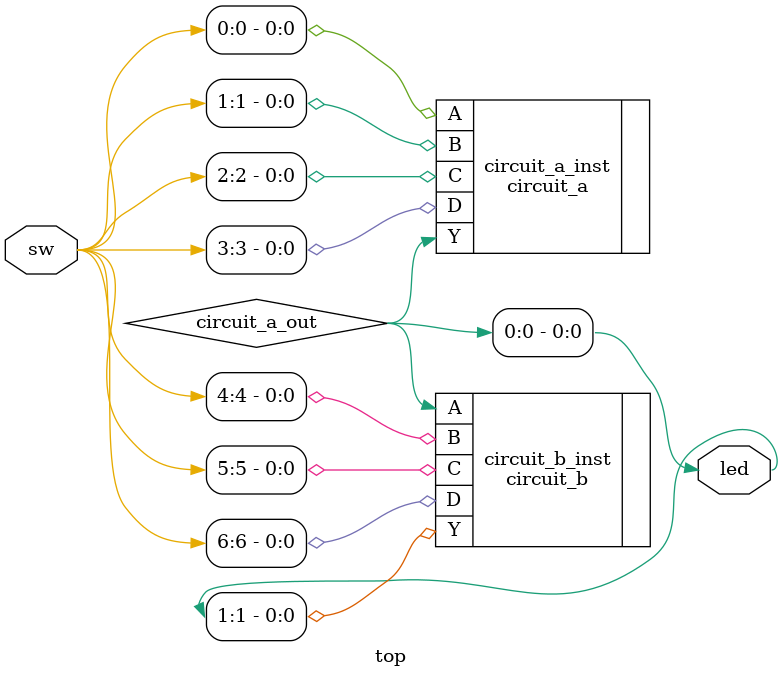
<source format=v>
module top(
    input [6:0]sw, 
    output [1:0]led
    );
   
  
  wire circuit_a_out;
  circuit_a circuit_a_inst(
   .A(sw[0]),
   .B(sw[1]),
   .C(sw[2]),
   .D(sw[3]),
   .Y(circuit_a_out)
   
 );
 
 
 circuit_b circuit_b_inst(
    .A(circuit_a_out),
    .B(sw[4]),
    .C(sw[5]),
    .D(sw[6]),
    .Y(led[1])
 
 );
 assign led[0]=circuit_a_out;
 endmodule
   
  

</source>
